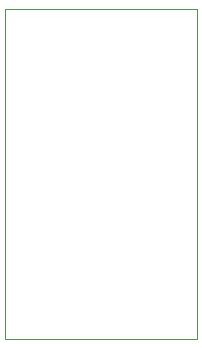
<source format=gbr>
%TF.GenerationSoftware,KiCad,Pcbnew,9.0.2*%
%TF.CreationDate,2025-07-02T09:28:49-04:00*%
%TF.ProjectId,strain-gauge,73747261-696e-42d6-9761-7567652e6b69,rev?*%
%TF.SameCoordinates,Original*%
%TF.FileFunction,Profile,NP*%
%FSLAX46Y46*%
G04 Gerber Fmt 4.6, Leading zero omitted, Abs format (unit mm)*
G04 Created by KiCad (PCBNEW 9.0.2) date 2025-07-02 09:28:49*
%MOMM*%
%LPD*%
G01*
G04 APERTURE LIST*
%TA.AperFunction,Profile*%
%ADD10C,0.050000*%
%TD*%
G04 APERTURE END LIST*
D10*
X84250000Y-112250000D02*
X100500000Y-112250000D01*
X100500000Y-140250000D01*
X84250000Y-140250000D01*
X84250000Y-112250000D01*
M02*

</source>
